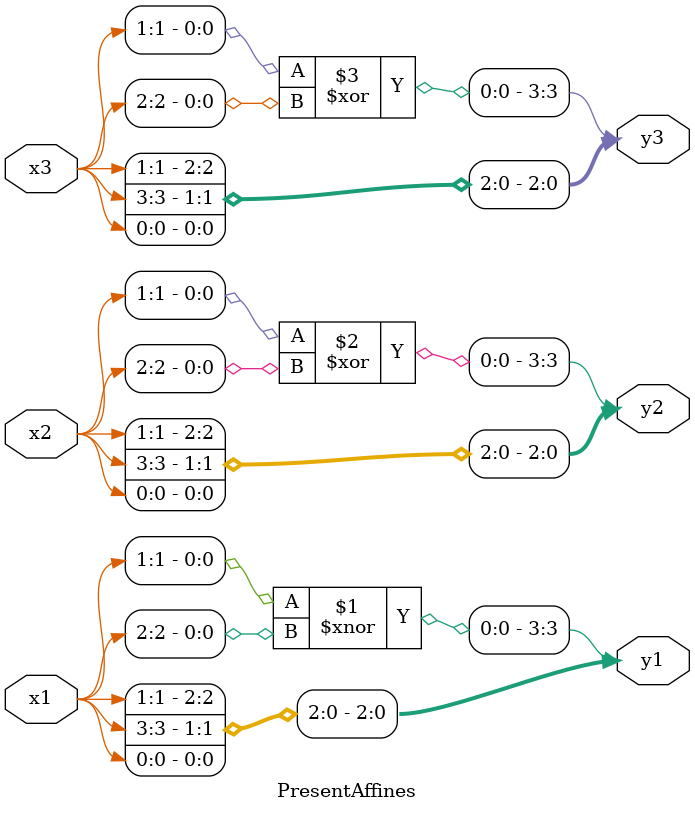
<source format=v>
/*
* -----------------------------------------------------------------
* AUTHOR  : Aein Rezaei Shahmirzadi (aein.rezaeishahmirzadi@rub.de)
* DOCUMENT: "Cryptanalysis of Efficient Masked Ciphers: Applications to Low Latency" (TCHES 2022, Issue 1)
* -----------------------------------------------------------------
*
* Copyright (c) 2021, Aein Rezaei Shahmirzadi
*
* All rights reserved.
*
* THIS SOFTWARE IS PROVIDED BY THE COPYRIGHT HOLDERS AND CONTRIBUTORS "AS IS" AND
* ANY EXPRESS OR IMPLIED WARRANTIES, INCLUDING, BUT NOT LIMITED TO, THE IMPLIED
* WARRANTIES OF MERCHANTABILITY AND FITNESS FOR A PARTICULAR PURPOSE ARE
* DISCLAIMED. IN NO EVENT SHALL THE COPYRIGHT HOLDER OR CONTRIBUTERS BE LIABLE FOR ANY
* DIRECT, INDIRECT, INCIDENTAL, SPECIAL, EXEMPLARY, OR CONSEQUENTIAL DAMAGES
* (INCLUDING, BUT NOT LIMITED TO, PROCUREMENT OF SUBSTITUTE GOODS OR SERVICES;
* LOSS OF USE, DATA, OR PROFITS; OR BUSINESS INTERRUPTION) HOWEVER CAUSED AND
* ON ANY THEORY OF LIABILITY, WHETHER IN CONTRACT, STRICT LIABILITY, OR TORT
* (INCLUDING NEGLIGENCE OR OTHERWISE) ARISING IN ANY WAY OUT OF THE USE OF THIS
* SOFTWARE, EVEN IF ADVISED OF THE POSSIBILITY OF SUCH DAMAGE.
*
* Please see LICENSE and README for license and further instructions.
*/

module PresentAffines(
    input [3:0] x1,
    input [3:0] x2,
    input [3:0] x3,
    output [3:0] y1,
    output [3:0] y2,
    output [3:0] y3
    );

	parameter num = 1;

	
	generate
		//input affine
		if(num == 1) begin
			assign y1 = {x1[1] ~^ x1[2],x1[1],x1[3],x1[0]};
			assign y2 = {x2[1] ^ x2[2],x2[1],x2[3],x2[0]};
			assign y3 = {x3[1] ^ x3[2],x3[1],x3[3],x3[0]};
		end
		//output affine
		if(num == 2) begin
			assign y1 = {x1[1],x1[2] ^ x1[3],x1[0],x1[2]};
			assign y2 = {x2[1],x2[2] ^ x2[3],x2[0],x2[2]};
			assign y3 = {~x3[1],x3[2] ^ x3[3],x3[0],x3[2]};
		end
		//middle affine
		if(num == 3) begin
			assign y1 = {1'b1 ^ x1[0] ^ x1[2],x1[0],x1[1],x1[1] ^ x1[3]};
			assign y2 = {x2[0] ^ x2[2],x2[0],x2[1],x2[1] ^ x2[3]};
			assign y3 = {x3[0] ^ x3[2],x3[0],x3[1],x3[1] ^ x3[3]};
		end
   endgenerate

endmodule

</source>
